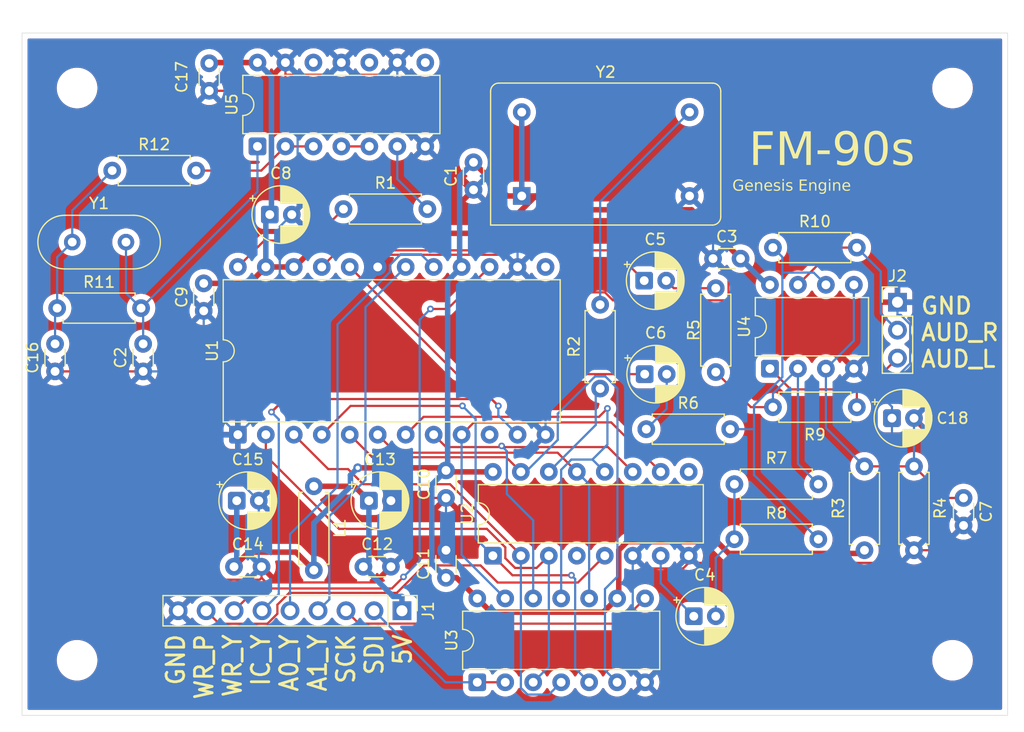
<source format=kicad_pcb>
(kicad_pcb (version 20241229) (generator "pcbnew") (generator_version "9.0")
  (layers (0 "F.Cu" signal) (2 "B.Cu" signal) (13 "F.Paste" user) (15 "B.Paste" user) (5 "F.SilkS" user "F.Silkscreen") (7 "B.SilkS" user "B.Silkscreen") (1 "F.Mask" user) (3 "B.Mask" user) (25 "Edge.Cuts" user))
  (net 0 "")
  (net 1 "GND")
  (net 2 "+5V")
  (net 3 "Net-(C2-Pad2)")
  (net 4 "Net-(C4-Pad2)")
  (net 5 "Net-(U2-AUDIO_OUT)")
  (net 6 "Net-(C5-Pad2)")
  (net 7 "Net-(U1-MOL)")
  (net 8 "Net-(C6-Pad2)")
  (net 9 "Net-(U1-MOR)")
  (net 10 "Net-(U4A-+)")
  (net 11 "Net-(C16-Pad2)")
  (net 12 "IC_YM")
  (net 13 "WR_YM")
  (net 14 "WR_SN")
  (net 15 "SDI")
  (net 16 "A1_YM")
  (net 17 "SCK")
  (net 18 "A0_YM")
  (net 19 "A_R_OUT")
  (net 20 "A_L_OUT")
  (net 21 "7.68MHz")
  (net 22 "Net-(U1-ΦM)")
  (net 23 "Net-(U2-CLOCK)")
  (net 24 "Net-(Y2-OUT)")
  (net 25 "Net-(U4A--)")
  (net 26 "Net-(U4B--)")
  (net 27 "Net-(R12-Pad2)")
  (net 28 "Net-(U1-D_{6})")
  (net 30 "Net-(U1-D_{2})")
  (net 31 "Net-(U1-D_{0})")
  (net 32 "Net-(U1-D_{1})")
  (net 34 "Net-(U1-D_{7})")
  (net 35 "Net-(U1-D_{3})")
  (net 36 "Net-(U1-D_{5})")
  (net 37 "Net-(U1-D_{4})")
  (net 43 "Net-(U5-Pad4)")
  (net 44 "+5VL")
  (footprint "MountingHole:MountingHole_3.2mm_M3" (layer "F.Cu") (at -205 349)
    (property "Reference" "H2" (hide yes))
    (property "Value" "MountingHole_3.2mm_M3" (hide yes))
  )
  (footprint "Resistor_THT:R_Axial_DIN0207_L6.3mm_D2.5mm_P7.62mm_Horizontal" (layer "F.Cu") (at -213 391 90)
    (property "Reference" "R3")
    (property "Value" "100k" (hide yes))
  )
  (footprint "Capacitor_THT:C_Disc_D3.0mm_W1.6mm_P2.50mm" (layer "F.Cu") (at -248.5 358.25 90)
    (property "Reference" "C1")
    (property "Value" "0.1uF" (hide yes))
  )
  (footprint "Capacitor_THT:C_Disc_D3.0mm_W1.6mm_P2.50mm" (layer "F.Cu") (at -270.25 392.5)
    (property "Reference" "C14")
    (property "Value" "0.1uF" (hide yes))
  )
  (footprint "Package_DIP:DIP-24_W15.24mm" (layer "F.Cu") (at -269.9 380.5 90)
    (property "Reference" "U1")
    (property "Value" "YM2612" (hide yes))
  )
  (footprint "Capacitor_THT:CP_Radial_D5.0mm_P2.00mm" (layer "F.Cu") (at -228.5 397)
    (property "Reference" "C4")
    (property "Value" "10uF" (hide yes))
  )
  (footprint "Package_DIP:DIP-16_W7.62mm" (layer "F.Cu") (at -246.74 391.5 90)
    (property "Reference" "U2")
    (property "Value" "SN76489AN" (hide yes))
  )
  (footprint "Package_DIP:DIP-8_W7.62mm" (layer "F.Cu") (at -221.58 374.5 90)
    (property "Reference" "U4")
    (property "Value" "TLV2462CP" (hide yes))
  )
  (footprint "Resistor_THT:R_Axial_DIN0207_L6.3mm_D2.5mm_P7.62mm_Horizontal" (layer "F.Cu") (at -281.31 356.5)
    (property "Reference" "R12")
    (property "Value" "1k" (hide yes))
  )
  (footprint "Capacitor_THT:C_Disc_D3.0mm_W1.6mm_P2.50mm" (layer "F.Cu") (at -258.5 392.5)
    (property "Reference" "C12")
    (property "Value" "0.1uF" (hide yes))
  )
  (footprint "Capacitor_THT:C_Disc_D3.0mm_W1.6mm_P2.50mm" (layer "F.Cu") (at -286.5 374.75 90)
    (property "Reference" "C16")
    (property "Value" "27pF" (hide yes))
  )
  (footprint "Resistor_THT:R_Axial_DIN0207_L6.3mm_D2.5mm_P7.62mm_Horizontal" (layer "F.Cu") (at -224.81 385)
    (property "Reference" "R7")
    (property "Value" "22k" (hide yes))
  )
  (footprint "Capacitor_THT:CP_Radial_D5.0mm_P2.00mm" (layer "F.Cu") (at -270 386.5)
    (property "Reference" "C15")
    (property "Value" "10uF" (hide yes))
  )
  (footprint "Resistor_THT:R_Axial_DIN0207_L6.3mm_D2.5mm_P7.62mm_Horizontal" (layer "F.Cu") (at -226.5 367.19 -90)
    (property "Reference" "R5")
    (property "Value" "2.2k" (hide yes))
  )
  (footprint "Connector_PinHeader_2.54mm:PinHeader_1x09_P2.54mm_Vertical" (layer "F.Cu") (at -255 396.5 -90)
    (property "Reference" "J1")
    (property "Value" "Conn_01x09_Pin" (hide yes))
  )
  (footprint "Capacitor_THT:CP_Radial_D5.0mm_P2.00mm" (layer "F.Cu") (at -258 386.5)
    (property "Reference" "C13")
    (property "Value" "10uF" (hide yes))
  )
  (footprint "MountingHole:MountingHole_3.2mm_M3" (layer "F.Cu") (at -205 401)
    (property "Reference" "H4" (hide yes))
    (property "Value" "MountingHole_3.2mm_M3" (hide yes))
  )
  (footprint "Capacitor_THT:C_Disc_D3.0mm_W1.6mm_P2.50mm" (layer "F.Cu") (at -273 366.75 -90)
    (property "Reference" "C9")
    (property "Value" "0.1uF" (hide yes))
  )
  (footprint "Package_DIP:DIP-14_W7.62mm" (layer "F.Cu") (at -248.16 403 90)
    (property "Reference" "U3")
    (property "Value" "CD74HCT164E" (hide yes))
  )
  (footprint "Crystal:Crystal_HC49-U_Vertical" (layer "F.Cu") (at -284.94 363)
    (property "Reference" "Y1")
    (property "Value" "HC-49/U-S7680000ABJB" (hide yes))
  )
  (footprint "Resistor_THT:R_Axial_DIN0207_L6.3mm_D2.5mm_P7.62mm_Horizontal" (layer "F.Cu") (at -224.81 390)
    (property "Reference" "R8")
    (property "Value" "22k" (hide yes))
  )
  (footprint "Connector_PinHeader_2.54mm:PinHeader_1x03_P2.54mm_Vertical" (layer "F.Cu") (at -210 368.46)
    (property "Reference" "J2")
    (property "Value" "Conn_01x03_Pin" (hide yes))
  )
  (footprint "Capacitor_THT:C_Disc_D3.0mm_W1.6mm_P2.50mm" (layer "F.Cu") (at -204 386.25 -90)
    (property "Reference" "C7")
    (property "Value" "0.1uF" (hide yes))
  )
  (footprint "Oscillator:Oscillator_DIP-14" (layer "F.Cu") (at -244.12 358.81)
    (property "Reference" "Y2")
    (property "Value" "ECS-100AX-035" (hide yes))
  )
  (footprint "Capacitor_THT:C_Disc_D3.0mm_W1.6mm_P2.50mm" (layer "F.Cu") (at -224.25 364.5 180)
    (property "Reference" "C3")
    (property "Value" "0.1uF" (hide yes))
  )
  (footprint "Resistor_THT:R_Axial_DIN0207_L6.3mm_D2.5mm_P7.62mm_Horizontal" (layer "F.Cu") (at -260.31 360)
    (property "Reference" "R1")
    (property "Value" "47R" (hide yes))
  )
  (footprint "Capacitor_THT:CP_Radial_D5.0mm_P2.00mm" (layer "F.Cu") (at -232.9551 375)
    (property "Reference" "C6")
    (property "Value" "10uF" (hide yes))
  )
  (footprint "Resistor_THT:R_Axial_DIN0207_L6.3mm_D2.5mm_P7.62mm_Horizontal" (layer "F.Cu") (at -221.31 363.5)
    (property "Reference" "R10")
    (property "Value" "2.2k" (hide yes))
  )
  (footprint "Resistor_THT:R_Axial_DIN0207_L6.3mm_D2.5mm_P7.62mm_Horizontal" (layer "F.Cu") (at -221.31 378)
    (property "Reference" "R9")
    (property "Value" "2.2k" (hide yes))
  )
  (footprint "Capacitor_THT:C_Disc_D3.0mm_W1.6mm_P2.50mm" (layer "F.Cu") (at -272.5 346.75 -90)
    (property "Reference" "C17")
    (property "Value" "0.1uF" (hide yes))
  )
  (footprint "Capacitor_THT:C_Disc_D3.0mm_W1.6mm_P2.50mm" (layer "F.Cu") (at -251 393.5 90)
    (property "Reference" "C11")
    (property "Value" "0.1uF" (hide yes))
  )
  (footprint "Resistor_THT:R_Axial_DIN0207_L6.3mm_D2.5mm_P7.62mm_Horizontal" (layer "F.Cu") (at -208.5 383.38 -90)
    (property "Reference" "R4")
    (property "Value" "100k" (hide yes))
  )
  (footprint "MountingHole:MountingHole_3.2mm_M3" (layer "F.Cu") (at -284.5 401)
    (property "Reference" "H3" (hide yes))
    (property "Value" "MountingHole_3.2mm_M3" (hide yes))
  )
  (footprint "Capacitor_THT:C_Disc_D3.0mm_W1.6mm_P2.50mm" (layer "F.Cu") (at -251 383.75 -90)
    (property "Reference" "C10")
    (property "Value" "0.1uF" (hide yes))
  )
  (footprint "Resistor_THT:R_Axial_DIN0207_L6.3mm_D2.5mm_P7.62mm_Horizontal" (layer "F.Cu") (at -232.81 380)
    (property "Reference" "R6")
    (property "Value" "2.2k" (hide yes))
  )
  (footprint "Capacitor_THT:CP_Radial_D5.0mm_P2.00mm" (layer "F.Cu") (at -210.5 379)
    (property "Reference" "C18")
    (property "Value" "10uF" (hide yes))
  )
  (footprint "Resistor_THT:R_Axial_DIN0207_L6.3mm_D2.5mm_P7.62mm_Horizontal" (layer "F.Cu") (at -286.31 369)
    (property "Reference" "R11")
    (property "Value" "1M")
  )
  (footprint "MountingHole:MountingHole_3.2mm_M3" (layer "F.Cu") (at -284.5 349)
    (property "Reference" "H1" (hide yes))
    (property "Value" "MountingHole_3.2mm_M3" (hide yes))
  )
  (footprint "Capacitor_THT:C_Disc_D3.0mm_W1.6mm_P2.50mm" (layer "F.Cu") (at -278.5 374.75 90)
    (property "Reference" "C2")
    (property "Value" "27pF" (hide yes))
  )
  (footprint "Resistor_THT:R_Axial_DIN0207_L6.3mm_D2.5mm_P7.62mm_Horizontal" (layer "F.Cu") (at -237 376.31 90)
    (property "Reference" "R2")
    (property "Value" "47R" (hide yes))
  )
  (footprint "Resistor_THT:R_Axial_DIN0207_L6.3mm_D2.5mm_P7.62mm_Horizontal" (layer "F.Cu") (at -263 385.19 -90)
    (property "Reference" "L1")
    (property "Value" "FerriteBead_118Ω@100MHz" (hide yes))
  )
  (footprint "Capacitor_THT:CP_Radial_D5.0mm_P2.00mm" (layer "F.Cu") (at -267 360.5)
    (property "Reference" "C8")
    (property "Value" "10uF" (hide yes))
  )
  (footprint "Package_DIP:DIP-14_W7.62mm" (layer "F.Cu") (at -268.12 354.305 90)
    (property "Reference" "U5")
    (property "Value" "74HCU04" (hide yes))
  )
  (footprint "Capacitor_THT:CP_Radial_D5.0mm_P2.00mm" (layer "F.Cu") (at -233 366.5)
    (property "Reference" "C5")
    (property "Value" "10uF" (hide yes))
  )
  (gr_rect (start -289.5 344) (end -200 406) (stroke (width 0.05)) (fill no) (layer "Edge.Cuts"))
  (gr_text "Genesis Engine" (at -225 358.5 0) (layer "F.SilkS") (effects (font (size 1 1) (thickness 0.1)) (justify left bottom)))
  (gr_text "GND\nAUD_R\nAUD_L" (at -208 374.5 0) (layer "F.SilkS") (effects (font (size 1.5 1.5) (thickness 0.25) (bold yes)) (justify left bottom)))
  (gr_text "GND\nWR_P\nWR_Y\nIC_Y\nA0_Y\nA1_Y\nSCK\nSDI\n5V" (at -254 398.5 90) (layer "F.SilkS") (effects (font (size 1.6 1.5) (thickness 0.25) (bold yes)) (justify right bottom)))
  (gr_text "FM-90s" (at -223.5 356.5 0) (layer "F.SilkS") (effects (font (size 3 3) (thickness 0.1)) (justify left bottom)))
  (segment (start -242.1934 367.5666) (end -244.5 365.26) (width 0.2) (layer "F.Cu") (net 1))
  (segment (start -267.916 393.6758) (end -267.75 393.5098) (width 0.2) (layer "F.Cu") (net 1))
  (segment (start -256.0905 364.1505) (end -245.6095 364.1505) (width 0.2) (layer "F.Cu") (net 1))
  (segment (start -225.3417 365.9083) (end -226.75 364.5) (width 0.2) (layer "F.Cu") (net 1))
  (segment (start -278.5 374.75) (end -286.5 374.75) (width 0.2) (layer "F.Cu") (net 1))
  (segment (start -229.4653 392.6549) (end -232.8851 392.6549) (width 0.2) (layer "F.Cu") (net 1))
  (segment (start -275.32 396.5) (end -272.4958 393.6758) (width 0.2) (layer "F.Cu") (net 1))
  (segment (start -210 368.46) (end -225.1742 368.46) (width 0.2) (layer "F.Cu") (net 1))
  (segment (start -248.935 358.25) (end -252.88 354.305) (width 0.2) (layer "F.Cu") (net 1))
  (segment (start -267.3339 393.9259) (end -257.4259 393.9259) (width 0.2) (layer "F.Cu") (net 1))
  (segment (start -251 391) (end -254.5 391) (width 0.2) (layer "F.Cu") (net 1))
  (segment (start -267.75 393.5098) (end -267.75 392.5) (width 0.2) (layer "F.Cu") (net 1))
  (segment (start -257.4259 393.9259) (end -256 392.5) (width 0.2) (layer "F.Cu") (net 1))
  (segment (start -208.5 391) (end -209.6496 392.1496) (width 0.2) (layer "F.Cu") (net 1))
  (segment (start -248.5 358.25) (end -248.935 358.25) (width 0.2) (layer "F.Cu") (net 1))
  (segment (start -204 388.75) (end -206.25 391) (width 0.2) (layer "F.Cu") (net 1))
  (segment (start -267.75 393.5098) (end -267.3339 393.9259) (width 0.2) (layer "F.Cu") (net 1))
  (segment (start -257.2 365.26) (end -256.0905 364.1505) (width 0.2) (layer "F.Cu") (net 1))
  (segment (start -254.5 391) (end -256 392.5) (width 0.2) (layer "F.Cu") (net 1))
  (segment (start -256.5351 347.8001) (end -259.3849 347.8001) (width 0.2) (layer "F.Cu") (net 1))
  (segment (start -206.25 391) (end -208.5 391) (width 0.2) (layer "F.Cu") (net 1))
  (segment (start -272.5 349.25) (end -268.145 349.25) (width 0.2) (layer "F.Cu") (net 1))
  (segment (start -236.5653 367.5666) (end -242.1934 367.5666) (width 0.2) (layer "F.Cu") (net 1))
  (segment (start -259.3849 347.8001) (end -260.5 346.685) (width 0.2) (layer "F.Cu") (net 1))
  (segment (start -235.8394 368.2925) (end -236.5653 367.5666) (width 0.2) (layer "F.Cu") (net 1))
  (segment (start -225.1742 368.46) (end -225.3417 368.2925) (width 0.2) (layer "F.Cu") (net 1))
  (segment (start -228.96 391.5) (end -228.96 392.1496) (width 0.2) (layer "F.Cu") (net 1))
  (segment (start -225.3417 368.2925) (end -235.8394 368.2925) (width 0.2) (layer "F.Cu") (net 1))
  (segment (start -228.96 392.1496) (end -229.4653 392.6549) (width 0.2) (layer "F.Cu") (net 1))
  (segment (start -245.6095 364.1505) (end -244.5 365.26) (width 0.2) (layer "F.Cu") (net 1))
  (segment (start -261.6081 347.7931) (end -260.5 346.685) (width 0.2) (layer "F.Cu") (net 1))
  (segment (start -232.8851 392.6549) (end -234.04 391.5) (width 0.2) (layer "F.Cu") (net 1))
  (segment (start -209.6496 392.1496) (end -228.96 392.1496) (width 0.2) (layer "F.Cu") (net 1))
  (segment (start -251 386.25) (end -255.75 386.25) (width 0.2) (layer "F.Cu") (net 1))
  (segment (start -267.3125 348.4175) (end -265.58 348.4175) (width 0.2) (layer "F.Cu") (net 1))
  (segment (start -255.75 386.25) (end -256 386.5) (width 0.2) (layer "F.Cu") (net 1))
  (segment (start -265.58 347.7931) (end -265.58 346.685) (width 0.2) (layer "F.Cu") (net 1))
  (segment (start -225.3417 368.2925) (end -225.3417 365.9083) (width 0.2) (layer "F.Cu") (net 1))
  (segment (start -265.58 348.4175) (end -265.58 347.7931) (width 0.2) (layer "F.Cu") (net 1))
  (segment (start -265.58 347.7931) (end -261.6081 347.7931) (width 0.2) (layer "F.Cu") (net 1))
  (segment (start -255.42 346.685) (end -256.5351 347.8001) (width 0.2) (layer "F.Cu") (net 1))
  (segment (start -268.145 349.25) (end -267.3125 348.4175) (width 0.2) (layer "F.Cu") (net 1))
  (segment (start -272.4958 393.6758) (end -267.916 393.6758) (width 0.2) (layer "F.Cu") (net 1))
  (segment (start -273 374.75) (end -273 377.4) (width 0.2) (layer "B.Cu") (net 1))
  (segment (start -209.712 369.6117) (end -210 369.6117) (width 0.2) (layer "B.Cu") (net 1))
  (segment (start -211.6392 376.8207) (end -210.5 377.96) (width 0.2) (layer "B.Cu") (net 1))
  (segment (start -210.5 389) (end -208.5 391) (width 0.2) (layer "B.Cu") (net 1))
  (segment (start -241.96 367.8) (end -241.96 380.5) (width 0.2) (layer "B.Cu") (net 1))
  (segment (start -273 374.75) (end -278.5 374.75) (width 0.2) (layer "B.Cu") (net 1))
  (segment (start -244.5 365.26) (end -244.5 362.25) (width 0.2) (layer "B.Cu") (net 1))
  (segment (start -244.5 365.26) (end -241.96 367.8) (width 0.2) (layer "B.Cu") (net 1))
  (segment (start -273 369.25) (end -273 374.75) (width 0.2) (layer "B.Cu") (net 1))
  (segment (start -213.96 374.5) (end -211.6392 376.8207) (width 0.2) (layer "B.Cu") (net 1))
  (segment (start -268 392.25) (end -268 386.5) (width 0.2) (layer "B.Cu") (net 1))
  (segment (start -269.9 380.5) (end -269.9 384.6) (width 0.2) (layer "B.Cu") (net 1))
  (segment (start -234.04 401.88) (end -234.04 391.5) (width 0.2) (layer "B.Cu") (net 1))
  (segment (start -273 377.4) (end -269.9 380.5) (width 0.2) (layer "B.Cu") (net 1))
  (segment (start -211.6392 376.8207) (end -208.8483 374.0298) (width 0.2) (layer "B.Cu") (net 1))
  (segment (start -264.4718 347.7932) (end -264.4718 359.9718) (width 0.2) (layer "B.Cu") (net 1))
  (segment (start -264.4718 359.9718) (end -265 360.5) (width 0.2) (layer "B.Cu") (net 1))
  (segment (start -210.5 379) (end -210.5 389) (width 0.2) (layer "B.Cu") (net 1))
  (segment (start -255.42 351.765) (end -255.42 346.685) (width 0.2) (layer "B.Cu") (net 1))
  (segment (start -265.58 346.685) (end -264.4718 347.7932) (width 0.2) (layer "B.Cu") (net 1))
  (segment (start -267.75 392.5) (end -268 392.25) (width 0.2) (layer "B.Cu") (net 1))
  (segment (start -266.09 361.59) (end -266.09 376.69) (width 0.2) (layer "B.Cu") (net 1))
  (segment (start -208.8483 370.4754) (end -209.712 369.6117) (width 0.2) (layer "B.Cu") (net 1))
  (segment (start -226.75 360.94) (end -228.88 358.81) (width 0.2) (layer "B.Cu") (net 1))
  (segment (start -244.5 362.25) (end -248.5 358.25) (width 0.2) (layer "B.Cu") (net 1))
  (segment (start -210 368.46) (end -210 369.6117) (width 0.2) (layer "B.Cu") (net 1))
  (segment (start -251 391) (end -251 386.25) (width 0.2) (layer "B.Cu") (net 1))
  (segment (start -266.09 376.69) (end -269.9 380.5) (width 0.2) (layer "B.Cu") (net 1))
  (segment (start -265 360.5) (end -266.09 361.59) (width 0.2) (layer "B.Cu") (net 1))
  (segment (start -210.5 377.96) (end -210.5 379) (width 0.2) (layer "B.Cu") (net 1))
  (segment (start -226.75 364.5) (end -226.75 360.94) (width 0.2) (layer "B.Cu") (net 1))
  (segment (start -252.88 354.305) (end -255.42 351.765) (width 0.2) (layer "B.Cu") (net 1))
  (segment (start -208.8483 374.0298) (end -208.8483 370.4754) (width 0.2) (layer "B.Cu") (net 1))
  (segment (start -232.92 403) (end -234.04 401.88) (width 0.2) (layer "B.Cu") (net 1))
  (segment (start -269.9 384.6) (end -268 386.5) (width 0.2) (layer "B.Cu") (net 1))
  (segment (start -228.6883 360.0617) (end -241.6166 360.0617) (width 0.5) (layer "F.Cu") (net 2))
  (segment (start -241.6166 360.0617) (end -242.8683 358.81) (width 0.5) (layer "F.Cu") (net 2))
  (segment (start -234.5369 390.2159) (end -235.31 390.989) (width 0.5) (layer "F.Cu") (net 2))
  (segment (start -259.0147 383.5133) (end -251.2367 383.5133) (width 0.5) (layer "F.Cu") (net 2))
  (segment (start -245.44 358.81) (end -244.12 358.81) (width 0.5) (layer "F.Cu") (net 2))
  (segment (start -224.25 364.5) (end -228.6883 360.0617) (width 0.5) (layer "F.Cu") (net 2))
  (segment (start -248.5 355.75) (end -245.44 358.81) (width 0.5) (layer "F.Cu") (net 2))
  (segment (start -250.04 393.5) (end -248.16 395.38) (width 0.5) (layer "F.Cu") (net 2))
  (segment (start -250.87 383.88) (end -246.74 383.88) (width 0.5) (layer "F.Cu") (net 2))
  (segment (start -225.3175 391.2922) (end -226.3938 390.2159) (width 0.5) (layer "F.Cu") (net 2))
  (segment (start -236.7122 396.6322) (end -246.9078 396.6322) (width 0.5) (layer "F.Cu") (net 2))
  (segment (start -272.435 346.685) (end -272.5 346.75) (width 0.5) (layer "F.Cu") (net 2))
  (segment (start -235.46 395.38) (end -236.7122 396.6322) (width 0.5) (layer "F.Cu") (net 2))
  (segment (start -244.12 358.81) (end -242.8683 358.81) (width 0.5) (layer "F.Cu") (net 2))
  (segment (start -213 391) (end -213.2922 391.2922) (width 0.5) (layer "F.Cu") (net 2))
  (segment (start -251 383.75) (end -250.87 383.88) (width 0.5) (layer "F.Cu") (net 2))
  (segment (start -213.2922 391.2922) (end -225.3175 391.2922) (width 0.5) (layer "F.Cu") (net 2))
  (segment (start -251.2367 383.5133) (end -251 383.75) (width 0.5) (layer "F.Cu") (net 2))
  (segment (start -242.8683 358.81) (end -246.2604 362.2021) (width 0.5) (layer "F.Cu") (net 2))
  (segment (start -264.82 365.26) (end -267.36 365.26) (width 0.5) (layer "F.Cu") (net 2))
  (segment (start -226.3938 390.2159) (end -234.5369 390.2159) (width 0.5) (layer "F.Cu") (net 2))
  (segment (start -268.85 366.75) (end -267.36 365.26) (width 0.5) (layer "F.Cu") (net 2))
  (segment (start -246.2604 362.2021) (end -261.6713 362.2021) (width 0.5) (layer "F.Cu") (net 2))
  (segment (start -251 393.5) (end -250.04 393.5) (width 0.5) (layer "F.Cu") (net 2))
  (segment (start -264.635 391.175) (end -263 392.81) (width 0.5) (layer "F.Cu") (net 2))
  (segment (start -268.925 391.175) (end -264.635 391.175) (width 0.5) (layer "F.Cu") (net 2))
  (segment (start -235.31 390.989) (end -235.31 395.23) (width 0.5) (layer "F.Cu") (net 2))
  (segment (start -270.25 392.5) (end -268.925 391.175) (width 0.5) (layer "F.Cu") (net 2))
  (segment (start -261.6713 362.2021) (end -264.7292 365.26) (width 0.5) (layer "F.Cu") (net 2))
  (segment (start -235.31 395.23) (end -235.46 395.38) (width 0.5) (layer "F.Cu") (net 2))
  (segment (start -268.12 346.685) (end -272.435 346.685) (width 0.5) (layer "F.Cu") (net 2))
  (segment (start -246.9078 396.6322) (end -248.16 395.38) (width 0.5) (layer "F.Cu") (net 2))
  (segment (start -264.7292 365.26) (end -264.82 365.26) (width 0.5) (layer "F.Cu") (net 2))
  (segment (start -273 366.75) (end -268.85 366.75) (width 0.5) (layer "F.Cu") (net 2))
  (via (at -259.0147 383.5133) (size 0.8) (drill 0.4) (layers "F.Cu" "B.Cu") (net 2))
  (segment (start -249.58 365.26) (end -250.85 366.53) (width 0.5) (layer "B.Cu") (net 2))
  (segment (start -270.25 392.5) (end -270 392.25) (width 0.5) (layer "B.Cu") (net 2))
  (segment (start -249.7614 357.0114) (end -249.7614 365.0786) (width 0.5) (layer "B.Cu") (net 2))
  (segment (start -252.2882 385.0382) (end -252.2882 392.2118) (width 0.5) (layer "B.Cu") (net 2))
  (segment (start -267 360.5) (end -267.36 360.86) (width 0.5) (layer "B.Cu") (net 2))
  (segment (start -259.6766 385.2112) (end -259.6766 384.1752) (width 0.5) (layer "B.Cu") (net 2))
  (segment (start -244.12 351.19) (end -244.12 358.81) (width 0.5) (layer "B.Cu") (net 2))
  (segment (start -251 383.75) (end -252.2882 385.0382) (width 0.5) (layer "B.Cu") (net 2))
  (segment (start -266.8495 360.3495) (end -267 360.5) (width 0.5) (layer "B.Cu") (net 2))
  (segment (start -267.36 360.86) (end -267.36 365.26) (width 0.5) (layer "B.Cu") (net 2))
  (segment (start -248.5 355.75) (end -249.7614 357.0114) (width 0.5) (layer "B.Cu") (net 2))
  (segment (start -249.7614 365.0786) (end -249.58 365.26) (width 0.5) (layer "B.Cu") (net 2))
  (segment (start -221.87 366.88) (end -221.58 366.88) (width 0.5) (layer "B.Cu") (net 2))
  (segment (start -224.25 364.5) (end -221.87 366.88) (width 0.5) (layer "B.Cu") (net 2))
  (segment (start -259.6766 384.1752) (end -259.0147 383.5133) (width 0.5) (layer "B.Cu") (net 2))
  (segment (start -250.85 366.53) (end -250.85 383.6) (width 0.5) (layer "B.Cu") (net 2))
  (segment (start -268.12 346.685) (end -266.8495 347.9555) (width 0.5) (layer "B.Cu") (net 2))
  (segment (start -252.2882 392.2118) (end -251 393.5) (width 0.5) (layer "B.Cu") (net 2))
  (segment (start -250.85 383.6) (end -251 383.75) (width 0.5) (layer "B.Cu") (net 2))
  (segment (start -270 392.25) (end -270 386.5) (width 0.5) (layer "B.Cu") (net 2))
  (segment (start -266.8495 347.9555) (end -266.8495 360.3495) (width 0.5) (layer "B.Cu") (net 2))
  (segment (start -263 392.81) (end -263 388.5346) (width 0.5) (layer "B.Cu") (net 2))
  (segment (start -263 388.5346) (end -259.6766 385.2112) (width 0.5) (layer "B.Cu") (net 2))
  (segment (start -280.06 367.63) (end -278.69 369) (width 0.2) (layer "B.Cu") (net 3))
  (segment (start -280.06 363) (end -280.06 367.63) (width 0.2) (layer "B.Cu") (net 3))
  (segment (start -278.69 369) (end -268.12 358.43) (width 0.2) (layer "B.Cu") (net 3))
  (segment (start -268.12 358.43) (end -268.12 354.305) (width 0.2) (layer "B.Cu") (net 3))
  (segment (start -278.69 369) (end -278.5 369.19) (width 0.2) (layer "B.Cu") (net 3))
  (segment (start -278.5 369.19) (end -278.5 372.25) (width 0.2) (layer "B.Cu") (net 3))
  (segment (start -226.5 397) (end -226.5 391.69) (width 0.2) (layer "B.Cu") (net 4))
  (segment (start -226.5 391.69) (end -224.81 390) (width 0.2) (layer "B.Cu") (net 4))
  (segment (start -224.81 390) (end -224.81 385) (width 0.2) (layer "B.Cu") (net 4))
  (segment (start -231.5 394) (end -231.5 391.5) (width 0.2) (layer "B.Cu") (net 5))
  (segment (start -228.5 397) (end -231.5 394) (width 0.2) (layer "B.Cu") (net 5))
  (segment (start -226.5 367.19) (end -230.31 367.19) (width 0.2) (layer "F.Cu") (net 6))
  (segment (start -230.31 367.19) (end -231 366.5) (width 0.2) (layer "F.Cu") (net 6))
  (segment (start -235.7512 363.7488) (end -260.7688 363.7488) (width 0.2) (layer "F.Cu") (net 7))
  (segment (start -233 366.5) (end -235.7512 363.7488) (width 0.2) (layer "F.Cu") (net 7))
  (segment (start -260.7688 363.7488) (end -262.28 365.26) (width 0.2) (layer "F.Cu") (net 7))
  (segment (start -232.81 380) (end -230.9551 378.1451) (width 0.2) (layer "B.Cu") (net 8))
  (segment (start -230.9551 378.1451) (end -230.9551 375) (width 0.2) (layer "B.Cu") (net 8))
  (segment (start -259.74 365.26) (end -250 375) (width 0.2) (layer "F.Cu") (net 9))
  (segment (start -250 375) (end -232.9551 375) (width 0.2) (layer "F.Cu") (net 9))
  (segment (start -213 383.38) (end -208.5 383.38) (width 0.2) (layer "F.Cu") (net 10))
  (segment (start -204 386.25) (end -205.63 386.25) (width 0.2) (layer "F.Cu") (net 10))
  (segment (start -205.63 386.25) (end -208.5 383.38) (width 0.2) (layer "F.Cu") (net 10))
  (segment (start -208.5 383.38) (end -208.5 379) (width 0.2) (layer "B.Cu") (net 10))
  (segment (start -216.5 374.5) (end -213.96 371.96) (width 0.2) (layer "B.Cu") (net 10))
  (segment (start -213.96 371.96) (end -213.96 366.88) (width 0.2) (layer "B.Cu") (net 10))
  (segment (start -216.5 374.5) (end -216.5 379.88) (width 0.2) (layer "B.Cu") (net 10))
  (segment (start -216.5 379.88) (end -213 383.38) (width 0.2) (layer "B.Cu") (net 10))
  (segment (start -286.31 369) (end -286.5 369.19) (width 0.2) (layer "B.Cu") (net 11))
  (segment (start -286.5 369.19) (end -286.5 372.25) (width 0.2) (layer "B.Cu") (net 11))
  (segment (start -286.31 364.37) (end -284.94 363) (width 0.2) (layer "B.Cu") (net 11))
  (segment (start -286.31 369) (end -286.31 364.37) (width 0.2) (layer "B.Cu") (net 11))
  (segment (start -284.94 360.13) (end -284.94 363) (width 0.2) (layer "B.Cu") (net 11))
  (segment (start -281.31 356.5) (end -284.94 360.13) (width 0.2) (layer "B.Cu") (net 11))
  (segment (start -246.8635 377.2642) (end -265.6678 377.2642) (width 0.2) (layer "F.Cu") (net 12))
  (segment (start -265.6678 377.2642) (end -266.8473 378.4437) (width 0.2) (layer "F.Cu") (net 12))
  (segment (start -266.8473 378.4437) (end -265.6678 377.2642) (width 0.2) (layer "F.Cu") (net 12))
  (segment (start -246.8635 377.2642) (end -246.245 377.8827) (width 0.2) (layer "F.Cu") (net 12))
  (segment (start -246.245 377.8827) (end -246.8635 377.2642) (width 0.2) (layer "F.Cu") (net 12))
  (segment (start -246.245 377.8827) (end -246.8635 377.2642) (width 0.2) (layer "F.Cu") (net 12))
  (segment (start -265.6678 377.2642) (end -266.8473 378.4437) (width 0.2) (layer "F.Cu") (net 12))
  (via (at -246.245 377.8827) (size 0.6) (drill 0.3) (layers "F.Cu" "B.Cu") (net 12))
  (via (at -266.8473 378.4437) (size 0.6) (drill 0.3) (layers "F.Cu" "B.Cu") (net 12))
  (segment (start -266.1855 394.9855) (end -267.7 396.5) (width 0.2) (layer "B.Cu") (net 12))
  (segment (start -244.5 380.5) (end -246.245 378.755) (width 0.2) (layer "B.Cu") (net 12))
  (segment (start -266.1855 379.1055) (end -266.1855 394.9855) (width 0.2) (layer "B.Cu") (net 12))
  (segment (start -246.245 378.755) (end -246.245 377.8827) (width 0.2) (layer "B.Cu") (net 12))
  (segment (start -266.8473 378.4437) (end -266.1855 379.1055) (width 0.2) (layer "B.Cu") (net 12))
  (segment (start -255.9114 394.4762) (end -268.2162 394.4762) (width 0.2) (layer "F.Cu") (net 13))
  (segment (start -268.2162 394.4762) (end -270.24 396.5) (width 0.2) (layer "F.Cu") (net 13))
  (segment (start -254.8579 393.4227) (end -255.9114 394.4762) (width 0.2) (layer "F.Cu") (net 13))
  (segment (start -247.04 365.26) (end -250.855 369.075) (width 0.2) (layer "F.Cu") (net 13))
  (segment (start -250.855 369.075) (end -252.41 369.075) (width 0.2) (layer "F.Cu") (net 13))
  (via (at -254.8579 393.4227) (size 0.6) (drill 0.3) (layers "F.Cu" "B.Cu") (net 13))
  (via (at -252.41 369.075) (size 0.6) (drill 0.3) (layers "F.Cu" "B.Cu") (net 13))
  (segment (start -253.39 370.055) (end -253.39 391.9548) (width 0.2) (layer "B.Cu") (net 13))
  (segment (start -252.41 369.075) (end -253.39 370.055) (width 0.2) (layer "B.Cu") (net 13))
  (segment (start -253.39 391.9548) (end -254.8579 393.4227) (width 0.2) (layer "B.Cu") (net 13))
  (segment (start -267.2181 397.6798) (end -266.3117 396.7734) (width 0.2) (layer "F.Cu") (net 14))
  (segment (start -272.78 396.5) (end -271.6002 397.6798) (width 0.2) (layer "F.Cu") (net 14))
  (segment (start -266.3117 395.9516) (end -265.238 394.8779) (width 0.2) (layer "F.Cu") (net 14))
  (segment (start -239.0153 393.9353) (end -236.58 391.5) (width 0.2) (layer "F.Cu") (net 14))
  (segment (start -271.6002 397.6798) (end -267.2181 397.6798) (width 0.2) (layer "F.Cu") (net 14))
  (segment (start -247.8613 392.3809) (end -246.3069 393.9353) (width 0.2) (layer "F.Cu") (net 14))
  (segment (start -265.238 394.8779) (end -255.4622 394.8779) (width 0.2) (layer "F.Cu") (net 14))
  (segment (start -266.3117 396.7734) (end -266.3117 395.9516) (width 0.2) (layer "F.Cu") (net 14))
  (segment (start -252.9652 392.3809) (end -247.8613 392.3809) (width 0.2) (layer "F.Cu") (net 14))
  (segment (start -246.3069 393.9353) (end -239.0153 393.9353) (width 0.2) (layer "F.Cu") (net 14))
  (segment (start -255.4622 394.8779) (end -252.9652 392.3809) (width 0.2) (layer "F.Cu") (net 14))
  (segment (start -248.16 403) (end -245.62 403) (width 0.2) (layer "F.Cu") (net 15))
  (segment (start -248.16 403) (end -251.04 403) (width 0.2) (layer "B.Cu") (net 15))
  (segment (start -251.04 403) (end -257.54 396.5) (width 0.2) (layer "B.Cu") (net 15))
  (segment (start -261.5885 387.9033) (end -258.313 384.6278) (width 0.2) (layer "B.Cu") (net 16))
  (segment (start -258.313 384.6278) (end -258.313 368.913) (width 0.2) (layer "B.Cu") (net 16))
  (segment (start -258.313 368.913) (end -254.66 365.26) (width 0.2) (layer "B.Cu") (net 16))
  (segment (start -261.5885 395.4685) (end -261.5885 387.9033) (width 0.2) (layer "B.Cu") (net 16))
  (segment (start -262.62 396.5) (end -261.5885 395.4685) (width 0.2) (layer "B.Cu") (net 16))
  (segment (start -235.2121 397.6721) (end -232.92 395.38) (width 0.2) (layer "F.Cu") (net 17))
  (segment (start -258.9079 397.6721) (end -235.2121 397.6721) (width 0.2) (layer "F.Cu") (net 17))
  (segment (start -260.08 396.5) (end -258.9079 397.6721) (width 0.2) (layer "F.Cu") (net 17))
  (segment (start -252.12 365.26) (end -253.2718 364.1082) (width 0.2) (layer "B.Cu") (net 18))
  (segment (start -256.0983 365.0902) (end -256.0983 365.7309) (width 0.2) (layer "B.Cu") (net 18))
  (segment (start -255.1163 364.1082) (end -256.0983 365.0902) (width 0.2) (layer "B.Cu") (net 18))
  (segment (start -256.0983 365.7309) (end -260.8498 370.4824) (width 0.2) (layer "B.Cu") (net 18))
  (segment (start -260.8498 370.4824) (end -260.8498 385.2234) (width 0.2) (layer "B.Cu") (net 18))
  (segment (start -260.8498 385.2234) (end -265.16 389.5336) (width 0.2) (layer "B.Cu") (net 18))
  (segment (start -253.2718 364.1082) (end -255.1163 364.1082) (width 0.2) (layer "B.Cu") (net 18))
  (segment (start -265.16 389.5336) (end -265.16 396.5) (width 0.2) (layer "B.Cu") (net 18))
  (segment (start -213.69 363.5) (end -215.66 363.5) (width 0.2) (layer "F.Cu") (net 19))
  (segment (start -215.66 363.5) (end -219.04 366.88) (width 0.2) (layer "F.Cu") (net 19))
  (segment (start -211.5189 369.4811) (end -211.5189 365.6711) (width 0.2) (layer "B.Cu") (net 19))
  (segment (start -210 371) (end -211.5189 369.4811) (width 0.2) (layer "B.Cu") (net 19))
  (segment (start -211.5189 365.6711) (end -213.69 363.5) (width 0.2) (layer "B.Cu") (net 19))
  (segment (start -213.69 376.385) (end -213.69 378) (width 0.2) (layer "F.Cu") (net 20))
  (segment (start -219.695 376.385) (end -213.69 376.385) (width 0.2) (layer "F.Cu") (net 20))
  (segment (start -221.58 374.5) (end -219.695 376.385) (width 0.2) (layer "F.Cu") (net 20))
  (segment (start -210 373.54) (end -212.845 376.385) (width 0.2) (layer "F.Cu") (net 20))
  (segment (start -212.845 376.385) (end -213.69 376.385) (width 0.2) (layer "F.Cu") (net 20))
  (segment (start -255.42 357.27) (end -255.42 354.305) (width 0.2) (layer "B.Cu") (net 21))
  (segment (start -252.69 360) (end -255.42 357.27) (width 0.2) (layer "B.Cu") (net 21))
  (segment (start -267.5017 362.8617) (end -269.9 365.26) (width 0.2) (layer "F.Cu") (net 22))
  (segment (start -260.31 360) (end -263.1717 362.8617) (width 0.2) (layer "F.Cu") (net 22))
  (segment (start -263.1717 362.8617) (end -267.5017 362.8617) (width 0.2) (layer "F.Cu") (net 22))
  (segment (start -237 376.31) (end -237.4017 376.7117) (width 0.2) (layer "B.Cu") (net 23))
  (segment (start -237.4017 379.6217) (end -241.66 383.88) (width 0.2) (layer "B.Cu") (net 23))
  (segment (start -237.4017 376.7117) (end -237.4017 379.6217) (width 0.2) (layer "B.Cu") (net 23))
  (segment (start -228.88 351.19) (end -237 359.31) (width 0.2) (layer "B.Cu") (net 24))
  (segment (start -237 359.31) (end -237 368.69) (width 0.2) (layer "B.Cu") (net 24))
  (segment (start -223.31 378) (end -226.5 374.81) (width 0.2) (layer "F.Cu") (net 25))
  (segment (start -221.31 378) (end -223.31 378) (width 0.2) (layer "F.Cu") (net 25))
  (segment (start -221.31 376.77) (end -219.04 374.5) (width 0.2) (layer "B.Cu") (net 25))
  (segment (start -219.04 383.15) (end -219.04 374.5) (width 0.2) (layer "B.Cu") (net 25))
  (segment (start -217.19 385) (end -219.04 383.15) (width 0.2) (layer "B.Cu") (net 25))
  (segment (start -221.31 378) (end -221.31 376.77) (width 0.2) (layer "B.Cu") (net 25))
  (segment (start -223.0279 380) (end -223.0279 384.1621) (width 0.2) (layer "B.Cu") (net 26))
  (segment (start -220.4525 365.7709) (end -220.4525 375.2625) (width 0.2) (layer "B.Cu") (net 26))
  (segment (start -223.0279 380) (end -225.19 380) (width 0.2) (layer "B.Cu") (net 26))
  (segment (start -223.0279 384.1621) (end -217.19 390) (width 0.2) (layer "B.Cu") (net 26))
  (segment (start -223.0279 377.8379) (end -223.0279 380) (width 0.2) (layer "B.Cu") (net 26))
  (segment (start -216.5 366.88) (end -217.6091 365.7709) (width 0.2) (layer "B.Cu") (net 26))
  (segment (start -221.31 363.5) (end -220.4525 364.3575) (width 0.2) (layer "B.Cu") (net 26))
  (segment (start -220.4525 375.2625) (end -223.0279 377.8379) (width 0.2) (layer "B.Cu") (net 26))
  (segment (start -220.4525 364.3575) (end -220.4525 365.7709) (width 0.2) (layer "B.Cu") (net 26))
  (segment (start -217.6091 365.7709) (end -220.4525 365.7709) (width 0.2) (layer "B.Cu") (net 26))
  (segment (start -267.775 356.5) (end -265.58 354.305) (width 0.2) (layer "F.Cu") (net 27))
  (segment (start -273.69 356.5) (end -267.775 356.5) (width 0.2) (layer "F.Cu") (net 27))
  (segment (start -265.58 354.305) (end -263.04 354.305) (width 0.2) (layer "F.Cu") (net 27))
  (segment (start -250.9904 381.6296) (end -252.12 380.5) (width 0.2) (layer "F.Cu") (net 28))
  (segment (start -245.9457 381.6296) (end -250.9904 381.6296) (width 0.2) (layer "F.Cu") (net 28))
  (segment (start -236.2904 381.6296) (end -245.9457 381.6296) (width 0.2) (layer "F.Cu") (net 28))
  (segment (start -234.04 383.88) (end -236.2904 381.6296) (width 0.2) (layer "F.Cu") (net 28))
  (segment (start -245.9457 381.6296) (end -245.9457 381.5226) (width 0.2) (layer "F.Cu") (net 28))
  (via (at -245.9457 381.5226) (size 0.6) (drill 0.3) (layers "F.Cu" "B.Cu") (net 28))
  (segment (start -245.47 381.9983) (end -245.9457 381.5226) (width 0.2) (layer "B.Cu") (net 28))
  (segment (start -245.47 385.9016) (end -245.47 381.9983) (width 0.2) (layer "B.Cu") (net 28))
  (segment (start -243.08 395.38) (end -243.08 388.2916) (width 0.2) (layer "B.Cu") (net 28))
  (segment (start -243.08 388.2916) (end -245.47 385.9016) (width 0.2) (layer "B.Cu") (net 28))
  (segment (start -249.505 377.8827) (end -249.505 377.8875) (width 0.2) (layer "F.Cu") (net 30))
  (segment (start -246.74 391.5) (end -244.964 393.276) (width 0.2) (layer "F.Cu") (net 30))
  (segment (start -262.28 380.5) (end -259.6627 377.8827) (width 0.2) (layer "F.Cu") (net 30))
  (segment (start -244.964 393.276) (end -239.605 393.276) (width 0.2) (layer "F.Cu") (net 30))
  (segment (start -259.6627 377.8827) (end -249.505 377.8827) (width 0.2) (layer "F.Cu") (net 30))
  (segment (start -249.505 377.8875) (end -249.505 377.8827) (width 0.2) (layer "F.Cu") (net 30))
  (via (at -249.505 377.8827) (size 0.6) (drill 0.3) (layers "F.Cu" "B.Cu") (net 30))
  (via (at -239.605 393.276) (size 0.6) (drill 0.3) (layers "F.Cu" "B.Cu") (net 30))
  (segment (start -248.31 389.93) (end -248.31 379.0777) (width 0.2) (layer "B.Cu") (net 30))
  (segment (start -249.505 377.8875) (end -249.505 377.8827) (width 0.2) (layer "B.Cu") (net 30))
  (segment (start -239.605 393.276) (end -239.27 393.611) (width 0.2) (layer "B.Cu") (net 30))
  (segment (start -246.74 391.5) (end -248.31 389.93) (width 0.2) (layer "B.Cu") (net 30))
  (segment (start -239.27 393.611) (end -239.27 401.73) (width 0.2) (layer "B.Cu") (net 30))
  (segment (start -249.505 377.8827) (end -249.505 377.8875) (width 0.2) (layer "B.Cu") (net 30))
  (segment (start -248.31 379.0777) (end -249.505 377.8827) (width 0.2) (layer "B.Cu") (net 30))
  (segment (start -239.27 401.73) (end -238 403) (width 0.2) (layer "B.Cu") (net 30))
  (segment (start -260.7139 389.0585) (end -247.2896 389.0585) (width 0.2) (layer "F.Cu") (net 31))
  (segment (start -267.36 382.4124) (end -260.7139 389.0585) (width 0.2) (layer "F.Cu") (net 31))
  (segment (start -244.7258 392.6101) (end -242.7701 392.6101) (width 0.2) (layer "F.Cu") (net 31))
  (segment (start -267.36 380.5) (end -267.36 382.4124) (width 0.2) (layer "F.Cu") (net 31))
  (segment (start -247.2896 389.0585) (end -245.611 390.7371) (width 0.2) (layer "F.Cu") (net 31))
  (segment (start -245.611 391.7249) (end -244.7258 392.6101) (width 0.2) (layer "F.Cu") (net 31))
  (segment (start -242.7701 392.6101) (end -241.66 391.5) (width 0.2) (layer "F.Cu") (net 31))
  (segment (start -245.611 390.7371) (end -245.611 391.7249) (width 0.2) (layer "F.Cu") (net 31))
  (segment (start -243.08 403) (end -241.66 401.58) (width 0.2) (layer "B.Cu") (net 31))
  (segment (start -241.66 401.58) (end -241.66 391.5) (width 0.2) (layer "B.Cu") (net 31))
  (segment (start -259.8908 383.6294) (end -258.5202 385) (width 0.2) (layer "F.Cu") (net 32))
  (segment (start -261.6906 383.6294) (end -259.8908 383.6294) (width 0.2) (layer "F.Cu") (net 32))
  (segment (start -264.82 380.5) (end -261.6906 383.6294) (width 0.2) (layer "F.Cu") (net 32))
  (segment (start -244.2 391.4305) (end -244.2 391.5) (width 0.2) (layer "F.Cu") (net 32))
  (segment (start -250.6305 385) (end -244.2 391.4305) (width 0.2) (layer "F.Cu") (net 32))
  (segment (start -258.5202 385) (end -250.6305 385) (width 0.2) (layer "F.Cu") (net 32))
  (segment (start -240.54 403) (end -241.6575 404.1175) (width 0.2) (layer "B.Cu") (net 32))
  (segment (start -244.2 403.5107) (end -244.2 391.5) (width 0.2) (layer "B.Cu") (net 32))
  (segment (start -241.6575 404.1175) (end -243.5932 404.1175) (width 0.2) (layer "B.Cu") (net 32))
  (segment (start -243.5932 404.1175) (end -244.2 403.5107) (width 0.2) (layer "B.Cu") (net 32))
  (segment (start -248.4655 379.3855) (end -249.58 380.5) (width 0.2) (layer "F.Cu") (net 34))
  (segment (start -235.9945 379.3855) (end -248.4655 379.3855) (width 0.2) (layer "F.Cu") (net 34))
  (segment (start -231.5 383.88) (end -235.9945 379.3855) (width 0.2) (layer "F.Cu") (net 34))
  (segment (start -249.58 380.5) (end -249.58 391.42) (width 0.2) (layer "B.Cu") (net 34))
  (segment (start -249.58 391.42) (end -245.62 395.38) (width 0.2) (layer "B.Cu") (net 34))
  (segment (start -259.74 380.5) (end -257.6884 382.5516) (width 0.2) (layer "F.Cu") (net 35))
  (segment (start -245.5284 382.5516) (end -244.2 383.88) (width 0.2) (layer "F.Cu") (net 35))
  (segment (start -257.6884 382.5516) (end -245.5284 382.5516) (width 0.2) (layer "F.Cu") (net 35))
  (segment (start -235.4284 393.3886) (end -235.4284 376.3055) (width 0.2) (layer "B.Cu") (net 35))
  (segment (start -240.8493 380.9732) (end -243.7561 383.88) (width 0.2) (layer "B.Cu") (net 35))
  (segment (start -236.5617 394.5219) (end -235.4284 393.3886) (width 0.2) (layer "B.Cu") (net 35))
  (segment (start -240.8493 378.5888) (end -240.8493 380.9732) (width 0.2) (layer "B.Cu") (net 35))
  (segment (start -236.5256 375.2083) (end -237.4688 375.2083) (width 0.2) (layer "B.Cu") (net 35))
  (segment (start -235.46 403) (end -236.5617 401.8983) (width 0.2) (layer "B.Cu") (net 35))
  (segment (start -237.4688 375.2083) (end -240.8493 378.5888) (width 0.2) (layer "B.Cu") (net 35))
  (segment (start -235.4284 376.3055) (end -236.5256 375.2083) (width 0.2) (layer "B.Cu") (net 35))
  (segment (start -243.7561 383.88) (end -244.2 383.88) (width 0.2) (layer "B.Cu") (net 35))
  (segment (start -236.5617 401.8983) (end -236.5617 394.5219) (width 0.2) (layer "B.Cu") (net 35))
  (segment (start -254.66 380.5) (end -253.0356 378.8756) (width 0.2) (layer "F.Cu") (net 36))
  (segment (start -237.1006 378.8756) (end -236.34 378.115) (width 0.2) (layer "F.Cu") (net 36))
  (segment (start -253.0356 378.8756) (end -237.1006 378.8756) (width 0.2) (layer "F.Cu") (net 36))
  (via (at -236.34 378.115) (size 0.6) (drill 0.3) (layers "F.Cu" "B.Cu") (net 36))
  (segment (start -236.34 381.3986) (end -237.7007 382.7593) (width 0.2) (layer "B.Cu") (net 36))
  (segment (start -240.54 395.38) (end -240.54 383.6885) (width 0.2) (layer "B.Cu") (net 36))
  (segment (start -237.7007 382.7593) (end -236.58 383.88) (width 0.2) (layer "B.Cu") (net 36))
  (segment (start -239.6108 382.7593) (end -237.7007 382.7593) (width 0.2) (layer "B.Cu") (net 36))
  (segment (start -240.54 383.6885) (end -239.6108 382.7593) (width 0.2) (layer "B.Cu") (net 36))
  (segment (start -236.34 378.115) (end -236.34 381.3986) (width 0.2) (layer "B.Cu") (net 36))
  (segment (start -239.12 383.88) (end -240.8632 382.1368) (width 0.2) (layer "F.Cu") (net 37))
  (segment (start -255.5632 382.1368) (end -257.2 380.5) (width 0.2) (layer "F.Cu") (net 37))
  (segment (start -240.8632 382.1368) (end -255.5632 382.1368) (width 0.2) (layer "F.Cu") (net 37))
  (segment (start -239.12 383.88) (end -238 385) (width 0.2) (layer "B.Cu") (net 37))
  (segment (start -238 385) (end -238 395.38) (width 0.2) (layer "B.Cu") (net 37))
  (segment (start -260.5 354.305) (end -257.96 354.305) (width 0.2) (layer "F.Cu") (net 43))
  (segment (start -259.31 385.19) (end -258 386.5) (width 0.5) (layer "F.Cu") (net 44))
  (segment (start -263 385.19) (end -259.31 385.19) (width 0.5) (layer "F.Cu") (net 44))
  (segment (start -255 395.1983) (end -255.8017 395.1983) (width 0.5) (layer "B.Cu") (net 44))
  (segment (start -258 392) (end -258.5 392.5) (width 0.5) (layer "B.Cu") (net 44))
  (segment (start -258 386.5) (end -258 392) (width 0.5) (layer "B.Cu") (net 44))
  (segment (start -255 396.5) (end -255 395.1983) (width 0.5) (layer "B.Cu") (net 44))
  (segment (start -255.8017 395.1983) (end -258.5 392.5) (width 0.5) (layer "B.Cu") (net 44))
  (zone (net 1) (net_name "GND") (layer "F.Cu") (priority 1) (connect_pads (clearance 0.5)) (min_thickness 0.25) (fill yes (thermal_gap 0.5) (thermal_bridge_width 0.5))
    (polygon (pts (xy -291.5 341) (xy -199 341) (xy -198.5 407.5) (xy -291 407.5)))
  )
  (zone (net 1) (net_name "GND") (layer "B.Cu") (connect_pads (clearance 0.5)) (min_thickness 0.25) (fill yes (thermal_gap 0.5) (thermal_bridge_width 0.5))
    (polygon (pts (xy -291.5 341) (xy -199 341) (xy -198.5 407.5) (xy -291 407.5)))
  )
)
</source>
